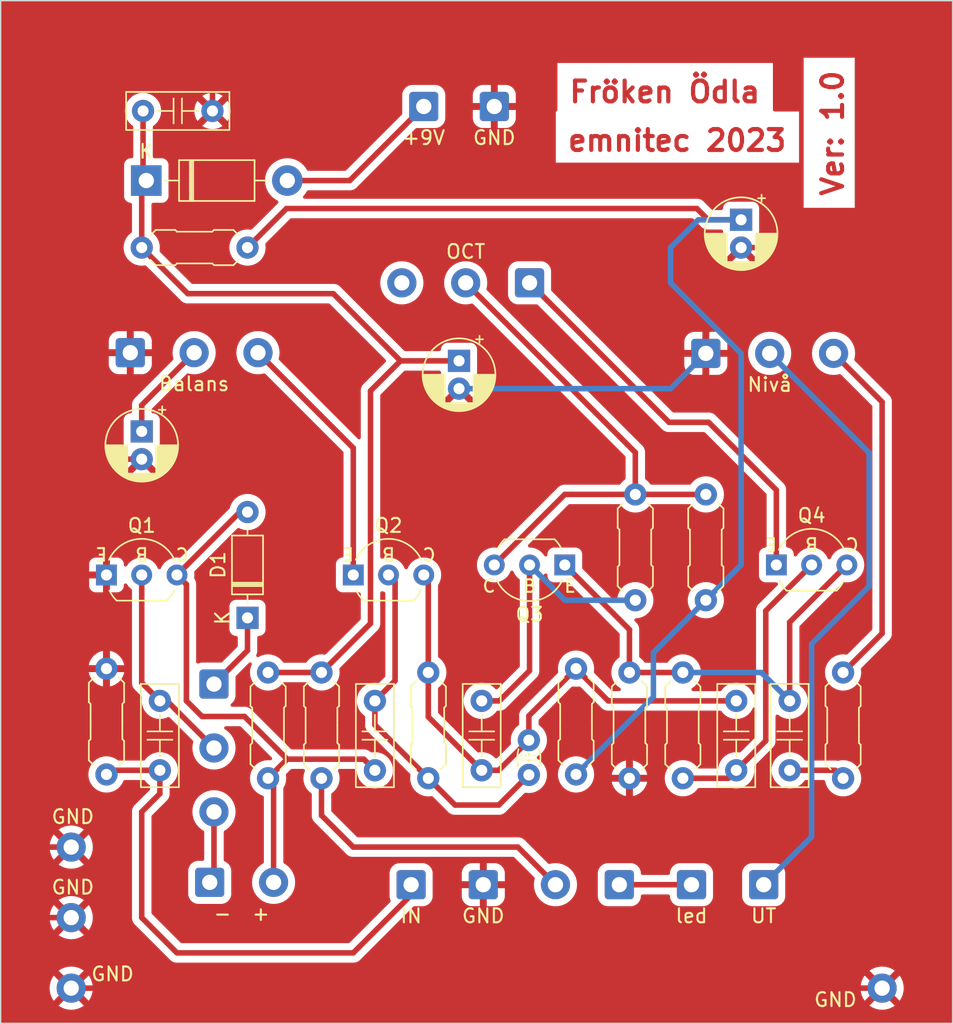
<source format=kicad_pcb>
(kicad_pcb (version 20221018) (generator pcbnew)
  (layers (0 "F.Cu" signal) (31 "B.Cu" signal) (34 "B.Paste" user) (35 "F.Paste" user) (36 "B.SilkS" user "B.Silkscreen") (37 "F.SilkS" user "F.Silkscreen") (38 "B.Mask" user) (39 "F.Mask" user) (44 "Edge.Cuts" user))
  (net 0 "")
  (net 1 "Net-(J1-Pin_1)")
  (net 2 "Net-(Q1-B)")
  (net 3 "Net-(D1-A)")
  (net 4 "Net-(Q2-B)")
  (net 5 "Net-(Q2-C)")
  (net 6 "Net-(C4-Pad1)")
  (net 7 "GND")
  (net 8 "Net-(Q3-B)")
  (net 9 "Net-(Q4-B)")
  (net 10 "Net-(Q3-E)")
  (net 11 "Net-(C7-Pad2)")
  (net 12 "Net-(D3-K)")
  (net 13 "Net-(C10-Pad1)")
  (net 14 "Net-(D1-K)")
  (net 15 "Net-(D2-K)")
  (net 16 "Net-(D3-A)")
  (net 17 "Net-(D4-K)")
  (net 18 "Net-(D4-A)")
  (net 19 "Net-(J6-Pin_1)")
  (net 20 "Net-(Q2-E)")
  (net 21 "Net-(Q3-C)")
  (net 22 "Net-(Q4-E)")
  (net 23 "Net-(R11-Pad2)")
  (footprint "Resistor_THT_AKL:R_Axial_DIN0207_L6.3mm_D2.5mm_P7.62mm_Horizontal" (layer "F.Cu") (at 167.64 66.04 -90)
    (fp_text reference "R5" hide)
    (fp_text value "470K" hide)
    (pad "1" thru_hole circle (at 0 0 270) (size 1.6 1.6) (drill 0.8) (layers "*.Cu" "*.Mask") (net 21 "Net-(Q3-C)"))
    (pad "2" thru_hole oval (at 7.62 0 270) (size 1.6 1.6) (drill 0.8) (layers "*.Cu" "*.Mask") (net 8 "Net-(Q3-B)"))
  )
  (footprint "PCM_Capacitor_THT_AKL:C_Rect_L7.2mm_W2.5mm_P5.00mm_FKS2_FKP2_MKS2_MKP2" (layer "F.Cu") (at 133.387614 85.908058 90)
    (fp_text reference "C1" hide)
    (fp_text value "100n" hide)
    (pad "1" thru_hole circle (at 0 0 90) (size 1.6 1.6) (drill 0.8) (layers "*.Cu" "*.Mask") (net 1 "Net-(J1-Pin_1)"))
    (pad "2" thru_hole circle (at 5 0 90) (size 1.6 1.6) (drill 0.8) (layers "*.Cu" "*.Mask") (net 2 "Net-(Q1-B)"))
  )
  (footprint "Connector_Wire:SolderWire-0.5sqmm_1x03_P4.6mm_D0.9mm_OD2.1mm" (layer "F.Cu") (at 172.72 55.88)
    (fp_text reference "RV3" hide)
    (fp_text value "Nivå" (at 4.6 2.25) (layer "F.SilkS"))
    (pad "1" thru_hole roundrect (at 0 0) (size 2.1 2.1) (drill 1.1) (layers "*.Cu" "*.Mask") (roundrect_rratio 0.1190480952) (net 7 "GND"))
    (pad "2" thru_hole circle (at 4.6 0) (size 2.1 2.1) (drill 1.1) (layers "*.Cu" "*.Mask") (net 19 "Net-(J6-Pin_1)"))
    (pad "3" thru_hole circle (at 9.2 0) (size 2.1 2.1) (drill 1.1) (layers "*.Cu" "*.Mask") (net 23 "Net-(R11-Pad2)"))
  )
  (footprint "PCM_Capacitor_THT_AKL:C_Rect_L7.2mm_W2.5mm_P5.00mm_FKS2_FKP2_MKS2_MKP2" (layer "F.Cu") (at 178.758982 80.908058 -90)
    (fp_text reference "C7" hide)
    (fp_text value "100n" hide)
    (pad "1" thru_hole circle (at 0 0 270) (size 1.6 1.6) (drill 0.8) (layers "*.Cu" "*.Mask") (net 10 "Net-(Q3-E)"))
    (pad "2" thru_hole circle (at 5 0 270) (size 1.6 1.6) (drill 0.8) (layers "*.Cu" "*.Mask") (net 11 "Net-(C7-Pad2)"))
  )
  (footprint "Connector_Wire:SolderWire-0.5sqmm_1x01_D0.9mm_OD2.1mm" (layer "F.Cu") (at 127 91.44)
    (fp_text reference "REF**" hide)
    (fp_text value "GND" (at 0.119936 -2.185865) (layer "F.SilkS"))
    (pad "1" thru_hole circle (at 0 0) (size 2.1 2.1) (drill 1.1) (layers "*.Cu" "*.Mask") (net 7 "GND"))
  )
  (footprint "Connector_Wire:SolderWire-0.5sqmm_1x01_D0.9mm_OD2.1mm" (layer "F.Cu") (at 171.687486 94.149127)
    (fp_text reference "J2" hide)
    (fp_text value "led" (at 0 2.25) (layer "F.SilkS"))
    (pad "1" thru_hole roundrect (at 0 0) (size 2.1 2.1) (drill 1.1) (layers "*.Cu" "*.Mask") (roundrect_rratio 0.1190480952) (net 17 "Net-(D4-K)"))
  )
  (footprint "Resistor_THT_AKL:R_Axial_DIN0207_L6.3mm_D2.5mm_P7.62mm_Horizontal" (layer "F.Cu") (at 171.063754 78.863058 -90)
    (fp_text reference "R8" hide)
    (fp_text value "470K" hide)
    (pad "1" thru_hole circle (at 0 0 270) (size 1.6 1.6) (drill 0.8) (layers "*.Cu" "*.Mask") (net 10 "Net-(Q3-E)"))
    (pad "2" thru_hole oval (at 7.62 0 270) (size 1.6 1.6) (drill 0.8) (layers "*.Cu" "*.Mask") (net 9 "Net-(Q4-B)"))
  )
  (footprint "Connector_Wire:SolderWire-0.5sqmm_1x03_P4.6mm_D0.9mm_OD2.1mm" (layer "F.Cu") (at 137.285228 79.7 -90)
    (fp_text reference "SW1" hide)
    (fp_text value "FB" hide)
    (pad "1" thru_hole roundrect (at 0 0 270) (size 2.1 2.1) (drill 1.1) (layers "*.Cu" "*.Mask") (roundrect_rratio 0.1190480952) (net 14 "Net-(D1-K)"))
    (pad "2" thru_hole circle (at 4.6 0 270) (size 2.1 2.1) (drill 1.1) (layers "*.Cu" "*.Mask") (net 2 "Net-(Q1-B)"))
    (pad "3" thru_hole circle (at 9.2 0 270) (size 2.1 2.1) (drill 1.1) (layers "*.Cu" "*.Mask") (net 15 "Net-(D2-K)"))
  )
  (footprint "PCM_Capacitor_THT_AKL:C_Rect_L7.2mm_W2.5mm_P5.00mm_FKS2_FKP2_MKS2_MKP2" (layer "F.Cu") (at 174.911368 80.908058 -90)
    (fp_text reference "C6" hide)
    (fp_text value "100n" hide)
    (pad "1" thru_hole circle (at 0 0 270) (size 1.6 1.6) (drill 0.8) (layers "*.Cu" "*.Mask") (net 5 "Net-(Q2-C)"))
    (pad "2" thru_hole circle (at 5 0 270) (size 1.6 1.6) (drill 0.8) (layers "*.Cu" "*.Mask") (net 9 "Net-(Q4-B)"))
  )
  (footprint "Connector_Wire:SolderWire-0.5sqmm_1x03_P4.6mm_D0.9mm_OD2.1mm" (layer "F.Cu") (at 131.255625 55.831677)
    (fp_text reference "RV1" hide)
    (fp_text value "Balans" (at 4.6 2.25) (layer "F.SilkS"))
    (pad "1" thru_hole roundrect (at 0 0) (size 2.1 2.1) (drill 1.1) (layers "*.Cu" "*.Mask") (roundrect_rratio 0.1190480952) (net 7 "GND"))
    (pad "2" thru_hole circle (at 4.6 0) (size 2.1 2.1) (drill 1.1) (layers "*.Cu" "*.Mask") (net 6 "Net-(C4-Pad1)"))
    (pad "3" thru_hole circle (at 9.2 0) (size 2.1 2.1) (drill 1.1) (layers "*.Cu" "*.Mask") (net 20 "Net-(Q2-E)"))
  )
  (footprint "Resistor_THT_AKL:R_Axial_DIN0207_L6.3mm_D2.5mm_P7.62mm_Horizontal" (layer "F.Cu") (at 167.21614 78.863058 -90)
    (fp_text reference "R7" hide)
    (fp_text value "10K" hide)
    (pad "1" thru_hole circle (at 0 0 270) (size 1.6 1.6) (drill 0.8) (layers "*.Cu" "*.Mask") (net 10 "Net-(Q3-E)"))
    (pad "2" thru_hole oval (at 7.62 0 270) (size 1.6 1.6) (drill 0.8) (layers "*.Cu" "*.Mask") (net 7 "GND"))
  )
  (footprint "Package_TO_SOT_THT_AKL:TO-92_Inline_Wide_EBC" (layer "F.Cu") (at 177.8 71.12)
    (fp_text reference "Q4" (at 2.54 -3.56) (layer "F.SilkS"))
    (fp_text value "2N3906" hide)
    (fp_text user "B" (at 2.54 -1.524 180 unlocked) (layer "F.SilkS") (effects (font (size 0.9 0.9))))
    (fp_text user "E" (at -0.381 -1.524 180 unlocked) (layer "F.SilkS") (effects (font (size 0.9 0.9))))
    (fp_text user "C" (at 5.461 -1.524 180 unlocked) (layer "F.SilkS") (effects (font (size 0.9 0.9))))
    (pad "1" thru_hole rect (at 0 0 90) (size 1.5 1.5) (drill 0.8) (layers "*.Cu" "*.Mask") (net 22 "Net-(Q4-E)"))
    (pad "2" thru_hole circle (at 2.54 0 90) (size 1.5 1.5) (drill 0.8) (layers "*.Cu" "*.Mask") (net 9 "Net-(Q4-B)"))
    (pad "3" thru_hole circle (at 5.08 0 90) (size 1.5 1.5) (drill 0.8) (layers "*.Cu" "*.Mask") (net 10 "Net-(Q3-E)"))
  )
  (footprint "Resistor_THT_AKL:R_Axial_DIN0207_L6.3mm_D2.5mm_P7.62mm_Horizontal" (layer "F.Cu") (at 129.54 86.208058 90)
    (fp_text reference "R1" hide)
    (fp_text value "1M" hide)
    (pad "1" thru_hole circle (at 0 0 90) (size 1.6 1.6) (drill 0.8) (layers "*.Cu" "*.Mask") (net 1 "Net-(J1-Pin_1)"))
    (pad "2" thru_hole oval (at 7.62 0 90) (size 1.6 1.6) (drill 0.8) (layers "*.Cu" "*.Mask") (net 7 "GND"))
  )
  (footprint "Connector_Wire:SolderWire-0.5sqmm_1x02_P4.6mm_D0.9mm_OD2.1mm" (layer "F.Cu") (at 136.979972 93.98)
    (fp_text reference "D2" hide)
    (fp_text value "-  +" (at 2.3 2.25) (layer "F.SilkS"))
    (pad "1" thru_hole roundrect (at 0 0) (size 2.1 2.1) (drill 1.1) (layers "*.Cu" "*.Mask") (roundrect_rratio 0.1190480952) (net 15 "Net-(D2-K)"))
    (pad "2" thru_hole circle (at 4.6 0) (size 2.1 2.1) (drill 1.1) (layers "*.Cu" "*.Mask") (net 3 "Net-(D1-A)"))
  )
  (footprint "PCM_Capacitor_THT_AKL:C_Rect_L7.2mm_W2.5mm_P5.00mm_FKS2_FKP2_MKS2_MKP2" (layer "F.Cu") (at 137.175967 38.421244 180)
    (fp_text reference "C9" hide)
    (fp_text value "100n" hide)
    (pad "1" thru_hole circle (at 0 0 180) (size 1.6 1.6) (drill 0.8) (layers "*.Cu" "*.Mask") (net 7 "GND"))
    (pad "2" thru_hole circle (at 5 0 180) (size 1.6 1.6) (drill 0.8) (layers "*.Cu" "*.Mask") (net 12 "Net-(D3-K)"))
  )
  (footprint "Resistor_THT_AKL:R_Axial_DIN0207_L6.3mm_D2.5mm_P7.62mm_Horizontal" (layer "F.Cu") (at 163.368526 78.588058 -90)
    (fp_text reference "R4" hide)
    (fp_text value "10K" hide)
    (pad "1" thru_hole circle (at 0 0 270) (size 1.6 1.6) (drill 0.8) (layers "*.Cu" "*.Mask") (net 5 "Net-(Q2-C)"))
    (pad "2" thru_hole oval (at 7.62 0 270) (size 1.6 1.6) (drill 0.8) (layers "*.Cu" "*.Mask") (net 13 "Net-(C10-Pad1)"))
  )
  (footprint "Connector_Wire:SolderWire-0.5sqmm_1x01_D0.9mm_OD2.1mm" (layer "F.Cu") (at 176.887486 94.149127)
    (fp_text reference "J6" hide)
    (fp_text value "UT" (at 0 2.25) (layer "F.SilkS"))
    (pad "1" thru_hole roundrect (at 0 0) (size 2.1 2.1) (drill 1.1) (layers "*.Cu" "*.Mask") (roundrect_rratio 0.1190480952) (net 19 "Net-(J6-Pin_1)"))
  )
  (footprint "PCM_Capacitor_THT_AKL:CP_Radial_D5.0mm_P2.00mm" (layer "F.Cu") (at 132.08 61.5 -90)
    (fp_text reference "C4" hide)
    (fp_text value "22uF" hide)
    (pad "1" thru_hole rect (at 0 0 270) (size 1.6 1.6) (drill 0.8) (layers "*.Cu" "*.Mask") (net 6 "Net-(C4-Pad1)"))
    (pad "2" thru_hole circle (at 2 0 270) (size 1.6 1.6) (drill 0.8) (layers "*.Cu" "*.Mask") (net 7 "GND"))
  )
  (footprint "Package_TO_SOT_THT_AKL:TO-92_Inline_Wide_EBC" (layer "F.Cu") (at 162.56 71.12 180)
    (fp_text reference "Q3" (at 2.54 -3.56) (layer "F.SilkS"))
    (fp_text value "2N3904" hide)
    (fp_text user "C" (at 5.461 -1.524 unlocked) (layer "F.SilkS") (effects (font (size 0.9 0.9))))
    (fp_text user "B" (at 2.54 -1.524 unlocked) (layer "F.SilkS") (effects (font (size 0.9 0.9))))
    (fp_text user "E" (at -0.381 -1.524 unlocked) (layer "F.SilkS") (effects (font (size 0.9 0.9))))
    (pad "1" thru_hole rect (at 0 0 270) (size 1.5 1.5) (drill 0.8) (layers "*.Cu" "*.Mask") (net 10 "Net-(Q3-E)"))
    (pad "2" thru_hole circle (at 2.54 0 270) (size 1.5 1.5) (drill 0.8) (layers "*.Cu" "*.Mask") (net 8 "Net-(Q3-B)"))
    (pad "3" thru_hole circle (at 5.08 0 270) (size 1.5 1.5) (drill 0.8) (layers "*.Cu" "*.Mask") (net 21 "Net-(Q3-C)"))
  )
  (footprint "Connector_Wire:SolderWire-0.5sqmm_1x01_D0.9mm_OD2.1mm" (layer "F.Cu") (at 127 101.6)
    (fp_text reference "REF**" hide)
    (fp_text value "GND" (at 2.981709 -1.016492) (layer "F.SilkS"))
    (pad "1" thru_hole circle (at 0 0) (size 2.1 2.1) (drill 1.1) (layers "*.Cu" "*.Mask") (net 7 "GND"))
  )
  (footprint "Connector_Wire:SolderWire-0.5sqmm_1x01_D0.9mm_OD2.1mm" (layer "F.Cu") (at 157.48 38.1)
    (fp_text reference "J3" hide)
    (fp_text value "GND" (at 0 2.25) (layer "F.SilkS"))
    (pad "1" thru_hole roundrect (at 0 0) (size 2.1 2.1) (drill 1.1) (layers "*.Cu" "*.Mask") (roundrect_rratio 0.1190480952) (net 7 "GND"))
  )
  (footprint "Connector_Wire:SolderWire-0.5sqmm_1x01_D0.9mm_OD2.1mm" (layer "F.Cu") (at 151.487486 94.149127)
    (fp_text reference "J1" hide)
    (fp_text value "IN" (at 0 2.25) (layer "F.SilkS"))
    (pad "1" thru_hole roundrect (at 0 0) (size 2.1 2.1) (drill 1.1) (layers "*.Cu" "*.Mask") (roundrect_rratio 0.1190480952) (net 1 "Net-(J1-Pin_1)"))
  )
  (footprint "Connector_Wire:SolderWire-0.5sqmm_1x01_D0.9mm_OD2.1mm" (layer "F.Cu") (at 152.4 38.1)
    (fp_text reference "J4" hide)
    (fp_text value "+9V" (at 0 2.25) (layer "F.SilkS"))
    (pad "1" thru_hole roundrect (at 0 0) (size 2.1 2.1) (drill 1.1) (layers "*.Cu" "*.Mask") (roundrect_rratio 0.1190480952) (net 16 "Net-(D3-A)"))
  )
  (footprint "Diode_THT:D_DO-41_SOD81_P10.16mm_Horizontal" (layer "F.Cu") (at 132.409072 43.433014)
    (fp_text reference "D3" hide)
    (fp_text value "1N5817")
    (fp_text user "K" (at 0 -2.1) (layer "F.SilkS"))
    (pad "1" thru_hole rect (at 0 0) (size 2.2 2.2) (drill 1.1) (layers "*.Cu" "*.Mask") (net 12 "Net-(D3-K)"))
    (pad "2" thru_hole oval (at 10.16 0) (size 2.2 2.2) (drill 1.1) (layers "*.Cu" "*.Mask") (net 16 "Net-(D3-A)"))
  )
  (footprint "Resistor_THT_AKL:R_Axial_DIN0207_L6.3mm_D2.5mm_P7.62mm_Horizontal" (layer "F.Cu") (at 172.72 73.66 90)
    (fp_text reference "R6" hide)
    (fp_text value "10K" hide)
    (pad "1" thru_hole circle (at 0 0 90) (size 1.6 1.6) (drill 0.8) (layers "*.Cu" "*.Mask") (net 13 "Net-(C10-Pad1)"))
    (pad "2" thru_hole oval (at 7.62 0 90) (size 1.6 1.6) (drill 0.8) (layers "*.Cu" "*.Mask") (net 21 "Net-(Q3-C)"))
  )
  (footprint "Package_TO_SOT_THT_AKL:TO-92_Inline_Wide_EBC" (layer "F.Cu") (at 129.54 71.84)
    (fp_text reference "Q1" (at 2.54 -3.56) (layer "F.SilkS"))
    (fp_text value "MPSA13" hide)
    (fp_text user "C" (at 5.461 -1.524 180 unlocked) (layer "F.SilkS") (effects (font (size 0.9 0.9))))
    (fp_text user "E" (at -0.381 -1.524 180 unlocked) (layer "F.SilkS") (effects (font (size 0.9 0.9))))
    (fp_text user "B" (at 2.54 -1.524 180 unlocked) (layer "F.SilkS") (effects (font (size 0.9 0.9))))
    (pad "1" thru_hole rect (at 0 0 90) (size 1.5 1.5) (drill 0.8) (layers "*.Cu" "*.Mask") (net 7 "GND"))
    (pad "2" thru_hole circle (at 2.54 0 90) (size 1.5 1.5) (drill 0.8) (layers "*.Cu" "*.Mask") (net 2 "Net-(Q1-B)"))
    (pad "3" thru_hole circle (at 5.08 0 90) (size 1.5 1.5) (drill 0.8) (layers "*.Cu" "*.Mask") (net 3 "Net-(D1-A)"))
  )
  (footprint "Connector_Wire:SolderWire-0.5sqmm_1x03_P4.6mm_D0.9mm_OD2.1mm" (layer "F.Cu") (at 160.02 50.8 180)
    (fp_text reference "RV2" hide)
    (fp_text value "OCT" (at 4.6 2.25) (layer "F.SilkS"))
    (pad "1" thru_hole roundrect (at 0 0 180) (size 2.1 2.1) (drill 1.1) (layers "*.Cu" "*.Mask") (roundrect_rratio 0.1190480952) (net 22 "Net-(Q4-E)"))
    (pad "2" thru_hole circle (at 4.6 0 180) (size 2.1 2.1) (drill 1.1) (layers "*.Cu" "*.Mask") (net 21 "Net-(Q3-C)"))
    (pad "3" thru_hole circle (at 9.2 0 180) (size 2.1 2.1) (drill 1.1) (layers "*.Cu" "*.Mask"))
  )
  (footprint "Diode_THT:D_DO-35_SOD27_P7.62mm_Horizontal" (layer "F.Cu") (at 139.7 74.93 90)
    (fp_text reference "D1" (at 3.81 -2.12 90) (layer "F.SilkS"))
    (fp_text value "1N914")
    (fp_text user "K" (at 0 -1.8 90) (layer "F.SilkS"))
    (pad "1" thru_hole rect (at 0 0 90) (size 1.6 1.6) (drill 0.8) (layers "*.Cu" "*.Mask") (net 14 "Net-(D1-K)"))
    (pad "2" thru_hole oval (at 7.62 0 90) (size 1.6 1.6) (drill 0.8) (layers "*.Cu" "*.Mask") (net 3 "Net-(D1-A)"))
  )
  (footprint "PCM_Capacitor_THT_AKL:CP_Radial_D5.0mm_P2.00mm" (layer "F.Cu") (at 154.94 56.42 -90)
    (fp_text reference "C8" hide)
    (fp_text value "22uF" hide)
    (pad "1" thru_hole rect (at 0 0 270) (size 1.6 1.6) (drill 0.8) (layers "*.Cu" "*.Mask") (net 12 "Net-(D3-K)"))
    (pad "2" thru_hole circle (at 2 0 270) (size 1.6 1.6) (drill 0.8) (layers "*.Cu" "*.Mask") (net 7 "GND"))
  )
  (footprint "Resistor_THT_AKL:R_Axial_DIN0207_L6.3mm_D2.5mm_P7.62mm_Horizontal" (layer "F.Cu") (at 132.08 48.26)
    (fp_text reference "R9" hide)
    (fp_text value "470R" hide)
    (pad "1" thru_hole circle (at 0 0) (size 1.6 1.6) (drill 0.8) (layers "*.Cu" "*.Mask") (net 12 "Net-(D3-K)"))
    (pad "2" thru_hole oval (at 7.62 0) (size 1.6 1.6) (drill 0.8) (layers "*.Cu" "*.Mask") (net 13 "Net-(C10-Pad1)"))
  )
  (footprint "PCM_Capacitor_THT_AKL:CP_Radial_D5.0mm_P2.00mm" (layer "F.Cu") (at 175.26 46.26 -90)
    (fp_text reference "C10" hide)
    (fp_text value "22uF" hide)
    (pad "1" thru_hole rect (at 0 0 270) (size 1.6 1.6) (drill 0.8) (layers "*.Cu" "*.Mask") (net 13 "Net-(C10-Pad1)"))
    (pad "2" thru_hole circle (at 2 0 270) (size 1.6 1.6) (drill 0.8) (layers "*.Cu" "*.Mask") (net 7 "GND"))
  )
  (footprint "Resistor_THT_AKL:R_Axial_DIN0207_L6.3mm_D2.5mm_P7.62mm_Horizontal" (layer "F.Cu") (at 141.182842 78.863058 -90)
    (fp_text reference "R2" hide)
    (fp_text value "100K" hide)
    (pad "1" thru_hole circle (at 0 0 270) (size 1.6 1.6) (drill 0.8) (layers "*.Cu" "*.Mask") (net 12 "Net-(D3-K)"))
    (pad "2" thru_hole oval (at 7.62 0 270) (size 1.6 1.6) (drill 0.8) (layers "*.Cu" "*.Mask") (net 3 "Net-(D1-A)"))
  )
  (footprint "Resistor_THT_AKL:R_Axial_DIN0207_L6.3mm_D2.5mm_P7.62mm_Horizontal" (layer "F.Cu") (at 182.606609 86.483058 90)
    (fp_text reference "R11" hide)
    (fp_text value "330K" hide)
    (pad "1" thru_hole circle (at 0 0 90) (size 1.6 1.6) (drill 0.8) (layers "*.Cu" "*.Mask") (net 11 "Net-(C7-Pad2)"))
    (pad "2" thru_hole oval (at 7.62 0 90) (size 1.6 1.6) (drill 0.8) (layers "*.Cu" "*.Mask") (net 23 "Net-(R11-Pad2)"))
  )
  (footprint "PCM_Capacitor_THT_AKL:C_Rect_L7.2mm_W2.5mm_P5.00mm_FKS2_FKP2_MKS2_MKP2" (layer "F.Cu") (at 156.573298 85.908058 90)
    (fp_text reference "C5" hide)
    (fp_text value "100n" hide)
    (pad "1" thru_hole circle (at 0 0 90) (size 1.6 1.6) (drill 0.8) (layers "*.Cu" "*.Mask") (net 5 "Net-(Q2-C)"))
    (pad "2" thru_hole circle (at 5 0 90) (size 1.6 1.6) (drill 0.8) (layers "*.Cu" "*.Mask") (net 8 "Net-(Q3-B)"))
  )
  (footprint "Connector_Wire:SolderWire-0.5sqmm_1x01_D0.9mm_OD2.1mm" (layer "F.Cu") (at 156.687486 94.149127)
    (fp_text reference "J5" hide)
    (fp_text value "GND" (at 0 2.25) (layer "F.SilkS"))
    (pad "1" thru_hole roundrect (at 0 0) (size 2.1 2.1) (drill 1.1) (layers "*.Cu" "*.Mask") (roundrect_rratio 0.1190480952) (net 7 "GND"))
  )
  (footprint "Connector_Wire:SolderWire-0.5sqmm_1x01_D0.9mm_OD2.1mm" (layer "F.Cu") (at 185.42 101.6)
    (fp_text reference "REF**" hide)
    (fp_text value "GND" (at -3.3612 0.832293) (layer "F.SilkS"))
    (pad "1" thru_hole circle (at 0 0) (size 2.1 2.1) (drill 1.1) (layers "*.Cu" "*.Mask") (net 7 "GND"))
  )
  (footprint "PCM_Capacitor_THT_AKL:C_Rect_L7.2mm_W2.5mm_P5.00mm_FKS2_FKP2_MKS2_MKP2" (layer "F.Cu") (at 148.87807 85.908058 90)
    (fp_text reference "C2" hide)
    (fp_text value "100n" hide)
    (pad "1" thru_hole circle (at 0 0 90) (size 1.6 1.6) (drill 0.8) (layers "*.Cu" "*.Mask") (net 3 "Net-(D1-A)"))
    (pad "2" thru_hole circle (at 5 0 90) (size 1.6 1.6) (drill 0.8) (layers "*.Cu" "*.Mask") (net 4 "Net-(Q2-B)"))
  )
  (footprint "Resistor_THT_AKL:R_Axial_DIN0207_L6.3mm_D2.5mm_P7.62mm_Horizontal" (layer "F.Cu") (at 145.030456 86.483058 90)
    (fp_text reference "R10" hide)
    (fp_text value "4K7" hide)
    (pad "1" thru_hole circle (at 0 0 90) (size 1.6 1.6) (drill 0.8) (layers "*.Cu" "*.Mask") (net 18 "Net-(D4-A)"))
    (pad "2" thru_hole oval (at 7.62 0 90) (size 1.6 1.6) (drill 0.8) (layers "*.Cu" "*.Mask") (net 12 "Net-(D3-K)"))
  )
  (footprint "PCM_Capacitor_THT_AKL:C_Disc_D3.0mm_W1.6mm_P2.50mm" (layer "F.Cu") (at 159.970912 86.240765 90)
    (fp_text reference "C3" hide)
    (fp_text value "47pF" hide)
    (pad "1" thru_hole circle (at 0 0 90) (size 1.6 1.6) (drill 0.8) (layers "*.Cu" "*.Mask") (net 4 "Net-(Q2-B)"))
    (pad "2" thru_hole circle (at 2.5 0 90) (size 1.6 1.6) (drill 0.8) (layers "*.Cu" "*.Mask") (net 5 "Net-(Q2-C)"))
  )
  (footprint "Connector_Wire:SolderWire-0.5sqmm_1x02_P4.6mm_D0.9mm_OD2.1mm" (layer "F.Cu") (at 166.487486 94.149127 180)
    (fp_text reference "D4" hide)
    (fp_text value "LED_Small")
    (pad "1" thru_hole roundrect (at 0 0 180) (size 2.1 2.1) (drill 1.1) (layers "*.Cu" "*.Mask") (roundrect_rratio 0.1190480952) (net 17 "Net-(D4-K)"))
    (pad "2" thru_hole circle (at 4.6 0 180) (size 2.1 2.1) (drill 1.1) (layers "*.Cu" "*.Mask") (net 18 "Net-(D4-A)"))
  )
  (footprint "Package_TO_SOT_THT_AKL:TO-92_Inline_Wide_EBC" (layer "F.Cu") (at 147.32 71.84)
    (fp_text reference "Q2" (at 2.54 -3.56) (layer "F.SilkS"))
    (fp_text value "2N3904" hide)
    (fp_text user "B" (at 2.54 -1.524 180 unlocked) (layer "F.SilkS") (effects (font (size 0.9 0.9))))
    (fp_text user "E" (at -0.381 -1.524 180 unlocked) (layer "F.SilkS") (effects (font (size 0.9 0.9))))
    (fp_text user "C" (at 5.461 -1.524 180 unlocked) (layer "F.SilkS") (effects (font (size 0.9 0.9))))
    (pad "1" thru_hole rect (at 0 0 90) (size 1.5 1.5) (drill 0.8) (layers "*.Cu" "*.Mask") (net 20 "Net-(Q2-E)"))
    (pad "2" thru_hole circle (at 2.54 0 90) (size 1.5 1.5) (drill 0.8) (layers "*.Cu" "*.Mask") (net 4 "Net-(Q2-B)"))
    (pad "3" thru_hole circle (at 5.08 0 90) (size 1.5 1.5) (drill 0.8) (layers "*.Cu" "*.Mask") (net 5 "Net-(Q2-C)"))
  )
  (footprint "Connector_Wire:SolderWire-0.5sqmm_1x01_D0.9mm_OD2.1mm" (layer "F.Cu") (at 127 96.52)
    (fp_text reference "REF**" hide)
    (fp_text value "GND" (at 0.119936 -2.185865) (layer "F.SilkS"))
    (pad "1" thru_hole circle (at 0 0) (size 2.1 2.1) (drill 1.1) (layers "*.Cu" "*.Mask") (net 7 "GND"))
  )
  (footprint "Resistor_THT_AKL:R_Axial_DIN0207_L6.3mm_D2.5mm_P7.62mm_Horizontal" (layer "F.Cu") (at 152.725684 86.483058 90)
    (fp_text reference "R3" hide)
    (fp_text value "1M" hide)
    (pad "1" thru_hole circle (at 0 0 90) (size 1.6 1.6) (drill 0.8) (layers "*.Cu" "*.Mask") (net 4 "Net-(Q2-B)"))
    (pad "2" thru_hole oval (at 7.62 0 90) (size 1.6 1.6) (drill 0.8) (layers "*.Cu" "*.Mask") (net 5 "Net-(Q2-C)"))
  )
  (gr_rect (start 121.92 30.48) (end 190.5 104.14) (stroke (width 0.1)) (fill none) (layer "Edge.Cuts"))
  (gr_text "Fröken Ödla" (at 162.744783 37.930872) (layer "F.Cu") (effects (font (size 1.5 1.5) (thickness 0.3) bold) (justify left bottom)))
  (gr_text "emnitec 2023" (at 162.62823 41.427455) (layer "F.Cu") (effects (font (size 1.5 1.5) (thickness 0.3) bold) (justify left bottom)))
  (gr_text "Ver: 1.0" (at 182.732135 44.682428 90) (layer "F.Cu") (effects (font (size 1.5 1.5) (thickness 0.3) bold) (justify left bottom)))
  (segment (start 129.84 85.908058) (end 129.54 86.208058) (width 0.4) (layer "F.Cu") (net 1))
  (segment (start 147.32 99.06) (end 134.62 99.06) (width 0.4) (layer "F.Cu") (net 1))
  (segment (start 151.487486 94.149127) (end 151.487486 94.892514) (width 0.4) (layer "F.Cu") (net 1))
  (segment (start 133.387614 87.592386) (end 133.387614 85.908058) (width 0.4) (layer "F.Cu") (net 1))
  (segment (start 133.387614 85.908058) (end 129.84 85.908058) (width 0.4) (layer "F.Cu") (net 1))
  (segment (start 132.08 96.52) (end 132.08 88.9) (width 0.4) (layer "F.Cu") (net 1))
  (segment (start 132.08 88.9) (end 133.387614 87.592386) (width 0.4) (layer "F.Cu") (net 1))
  (segment (start 134.62 99.06) (end 132.08 96.52) (width 0.4) (layer "F.Cu") (net 1))
  (segment (start 151.487486 94.892514) (end 147.32 99.06) (width 0.4) (layer "F.Cu") (net 1))
  (segment (start 132.08 79.600444) (end 133.387614 80.908058) (width 0.4) (layer "F.Cu") (net 2))
  (segment (start 132.08 71.84) (end 132.08 79.600444) (width 0.4) (layer "F.Cu") (net 2))
  (segment (start 137.285228 84.3) (end 133.893286 80.908058) (width 0.4) (layer "F.Cu") (net 2))
  (segment (start 133.893286 80.908058) (end 133.387614 80.908058) (width 0.4) (layer "F.Cu") (net 2))
  (segment (start 135.297661 80.904073) (end 135.297661 72.517661) (width 0.4) (layer "F.Cu") (net 3))
  (segment (start 135.297661 72.517661) (end 134.62 71.84) (width 0.4) (layer "F.Cu") (net 3))
  (segment (start 136.42763 82.034042) (end 135.297661 80.904073) (width 0.4) (layer "F.Cu") (net 3))
  (segment (start 134.62 71.84) (end 139.15 67.31) (width 0.4) (layer "F.Cu") (net 3))
  (segment (start 139.15 67.31) (end 139.7 67.31) (width 0.4) (layer "F.Cu") (net 3))
  (segment (start 142.557841 85.108059) (end 148.078071 85.108059) (width 0.4) (layer "F.Cu") (net 3))
  (segment (start 142.557841 85.108059) (end 139.483824 82.034042) (width 0.4) (layer "F.Cu") (net 3))
  (segment (start 139.483824 82.034042) (end 136.42763 82.034042) (width 0.4) (layer "F.Cu") (net 3))
  (segment (start 148.078071 85.108059) (end 148.87807 85.908058) (width 0.4) (layer "F.Cu") (net 3))
  (segment (start 141.182842 86.483058) (end 142.557841 85.108059) (width 0.4) (layer "F.Cu") (net 3))
  (segment (start 141.579972 86.880188) (end 141.182842 86.483058) (width 0.4) (layer "F.Cu") (net 3))
  (segment (start 141.579972 93.98) (end 141.579972 86.880188) (width 0.4) (layer "F.Cu") (net 3))
  (segment (start 148.87807 80.908058) (end 148.87807 82.635444) (width 0.4) (layer "F.Cu") (net 4))
  (segment (start 150.333734 72.313734) (end 149.86 71.84) (width 0.4) (layer "F.Cu") (net 4))
  (segment (start 148.87807 82.635444) (end 152.725684 86.483058) (width 0.4) (layer "F.Cu") (net 4))
  (segment (start 148.87807 80.908058) (end 150.333734 79.452394) (width 0.4) (layer "F.Cu") (net 4))
  (segment (start 150.333734 79.452394) (end 150.333734 72.313734) (width 0.4) (layer "F.Cu") (net 4))
  (segment (start 154.654433 88.411807) (end 157.79987 88.411807) (width 0.4) (layer "F.Cu") (net 4))
  (segment (start 157.79987 88.411807) (end 159.970912 86.240765) (width 0.4) (layer "F.Cu") (net 4))
  (segment (start 152.725684 86.483058) (end 154.654433 88.411807) (width 0.4) (layer "F.Cu") (net 4))
  (segment (start 152.725684 78.863058) (end 152.725684 72.165684) (width 0.4) (layer "F.Cu") (net 5))
  (segment (start 159.970912 83.740765) (end 159.970912 81.985672) (width 0.4) (layer "F.Cu") (net 5))
  (segment (start 165.688526 80.908058) (end 174.911368 80.908058) (width 0.4) (layer "F.Cu") (net 5))
  (segment (start 156.573298 85.908058) (end 157.803619 85.908058) (width 0.4) (layer "F.Cu") (net 5))
  (segment (start 163.368526 78.588058) (end 165.688526 80.908058) (width 0.4) (layer "F.Cu") (net 5))
  (segment (start 152.725684 78.863058) (end 152.725684 82.060444) (width 0.4) (layer "F.Cu") (net 5))
  (segment (start 152.725684 72.165684) (end 152.4 71.84) (width 0.4) (layer "F.Cu") (net 5))
  (segment (start 152.725684 82.060444) (end 156.573298 85.908058) (width 0.4) (layer "F.Cu") (net 5))
  (segment (start 157.803619 85.908058) (end 159.970912 83.740765) (width 0.4) (layer "F.Cu") (net 5))
  (segment (start 159.970912 81.985672) (end 163.368526 78.588058) (width 0.4) (layer "F.Cu") (net 5))
  (segment (start 132.08 61.5) (end 132.08 59.607302) (width 0.4) (layer "F.Cu") (net 6))
  (segment (start 132.08 59.607302) (end 135.855625 55.831677) (width 0.4) (layer "F.Cu") (net 6))
  (segment (start 124.46 68.58) (end 124.46 60.96) (width 0.4) (layer "F.Cu") (net 7))
  (segment (start 124.46 60.96) (end 124.46 53.34) (width 0.4) (layer "F.Cu") (net 7))
  (segment (start 173.153703 91.44) (end 174.245967 92.532264) (width 0.4) (layer "F.Cu") (net 7))
  (segment (start 185.42 101.6) (end 187.96 99.06) (width 0.4) (layer "F.Cu") (net 7))
  (segment (start 156.687486 99.852514) (end 154.94 101.6) (width 0.4) (layer "F.Cu") (net 7))
  (segment (start 187.96 50.8) (end 187.96 51.838051) (width 0.4) (layer "F.Cu") (net 7))
  (segment (start 175.26 48.26) (end 185.42 48.26) (width 0.4) (layer "F.Cu") (net 7))
  (segment (start 154.94 101.6) (end 172.72 101.6) (width 0.4) (layer "F.Cu") (net 7))
  (segment (start 187.96 35.56) (end 187.96 50.8) (width 0.4) (layer "F.Cu") (net 7))
  (segment (start 127 91.44) (end 125.276863 91.44) (width 0.4) (layer "F.Cu") (net 7))
  (segment (start 127.72 71.84) (end 124.46 68.58) (width 0.4) (layer "F.Cu") (net 7))
  (segment (start 124.46 99.06) (end 124.46 95.619398) (width 0.4) (layer "F.Cu") (net 7))
  (segment (start 187.96 51.838051) (end 187.96 99.06) (width 0.4) (layer "F.Cu") (net 7))
  (segment (start 129.54 71.84) (end 127.72 71.84) (width 0.4) (layer "F.Cu") (net 7))
  (segment (start 127 101.6) (end 124.46 99.06) (width 0.4) (layer "F.Cu") (net 7))
  (segment (start 137.175967 38.421244) (end 137.175967 35.544033) (width 0.4) (layer "F.Cu") (net 7))
  (segment (start 127 101.6) (end 154.94 101.6) (width 0.4) (layer "F.Cu") (net 7))
  (segment (start 170.18 91.44) (end 173.153703 91.44) (width 0.4) (layer "F.Cu") (net 7))
  (segment (start 185.42 101.6) (end 172.72 101.6) (width 0.4) (layer "F.Cu") (net 7))
  (segment (start 185.42 48.26) (end 187.96 50.8) (width 0.4) (layer "F.Cu") (net 7))
  (segment (start 175.357583 51.70794) (end 187.829889 51.70794) (width 0.4) (layer "F.Cu") (net 7))
  (segment (start 157.48 38.1) (end 157.48 35.56) (width 0.4) (layer "F.Cu") (net 7))
  (segment (start 124.46 90.623137) (end 124.46 76.2) (width 0.4) (layer "F.Cu") (net 7))
  (segment (start 131.255625 55.831677) (end 126.951677 55.831677) (width 0.4) (layer "F.Cu") (net 7))
  (segment (start 185.42 33.02) (end 187.96 35.56) (width 0.4) (layer "F.Cu") (net 7))
  (segment (start 157.48 35.56) (end 160.02 33.02) (width 0.4) (layer "F.Cu") (net 7))
  (segment (start 156.687486 94.149127) (end 156.687486 99.852514) (width 0.4) (layer "F.Cu") (net 7))
  (segment (start 132.08 63.5) (end 127 63.5) (width 0.4) (layer "F.Cu") (net 7))
  (segment (start 125.276863 91.44) (end 124.46 90.623137) (width 0.4) (layer "F.Cu") (net 7))
  (segment (start 160.02 33.02) (end 185.42 33.02) (width 0.4) (layer "F.Cu") (net 7))
  (segment (start 167.21614 88.47614) (end 170.18 91.44) (width 0.4) (layer "F.Cu") (net 7))
  (segment (start 125.360602 96.52) (end 124.46 95.619398) (width 0.4) (layer "F.Cu") (net 7))
  (segment (start 126.848058 78.588058) (end 124.46 76.2) (width 0.4) (layer "F.Cu") (net 7))
  (segment (start 126.951677 55.831677) (end 124.46 53.34) (width 0.4) (layer "F.Cu") (net 7))
  (segment (start 124.46 95.619398) (end 124.46 90.623137) (width 0.4) (layer "F.Cu") (net 7))
  (segment (start 139.7 33.02) (end 160.02 33.02) (width 0.4) (layer "F.Cu") (net 7))
  (segment (start 167.21614 86.483058) (end 167.21614 88.47614) (width 0.4) (layer "F.Cu") (net 7))
  (segment (start 187.829889 51.70794) (end 187.96 51.838051) (width 0.4) (layer "F.Cu") (net 7))
  (segment (start 124.46 35.56) (end 127 33.02) (width 0.4) (layer "F.Cu") (net 7))
  (segment (start 124.46 76.2) (end 124.46 68.58) (width 0.4) (layer "F.Cu") (net 7))
  (segment (start 172.72 54.345523) (end 175.357583 51.70794) (width 0.4) (layer "F.Cu") (net 7))
  (segment (start 129.54 78.588058) (end 126.848058 78.588058) (width 0.4) (layer "F.Cu") (net 7))
  (segment (start 127 63.5) (end 124.46 60.96) (width 0.4) (layer "F.Cu") (net 7))
  (segment (start 174.245967 92.532264) (end 174.245967 100.074033) (width 0.4) (layer "F.Cu") (net 7))
  (segment (start 127 33.02) (end 139.7 33.02) (width 0.4) (layer "F.Cu") (net 7))
  (segment (start 174.245967 100.074033) (end 172.72 101.6) (width 0.4) (layer "F.Cu") (net 7))
  (segment (start 172.72 55.88) (end 172.72 54.345523) (width 0.4) (layer "F.Cu") (net 7))
  (segment (start 127 96.52) (end 125.360602 96.52) (width 0.4) (layer "F.Cu") (net 7))
  (segment (start 124.46 53.34) (end 124.46 35.56) (width 0.4) (layer "F.Cu") (net 7))
  (segment (start 137.175967 35.544033) (end 139.7 33.02) (width 0.4) (layer "F.Cu") (net 7))
  (segment (start 170.18 58.42) (end 172.72 55.88) (width 0.4) (layer "B.Cu") (net 7))
  (segment (start 154.94 58.42) (end 170.18 58.42) (width 0.4) (layer "B.Cu") (net 7))
  (segment (start 160.02 78.74) (end 160.02 71.12) (width 0.4) (layer "F.Cu") (net 8))
  (segment (start 156.573298 80.908058) (end 157.851942 80.908058) (width 0.4) (layer "F.Cu") (net 8))
  (segment (start 157.851942 80.908058) (end 160.02 78.74) (width 0.4) (layer "F.Cu") (net 8))
  (segment (start 167.64 73.66) (end 162.56 73.66) (width 0.4) (layer "B.Cu") (net 8))
  (segment (start 162.56 73.66) (end 160.02 71.12) (width 0.4) (layer "B.Cu") (net 8))
  (segment (start 171.063754 86.483058) (end 174.336368 86.483058) (width 0.4) (layer "F.Cu") (net 9))
  (segment (start 174.911368 85.908058) (end 177.03768 83.781746) (width 0.4) (layer "F.Cu") (net 9))
  (segment (start 177.03768 83.781746) (end 177.03768 74.42232) (width 0.4) (layer "F.Cu") (net 9))
  (segment (start 177.03768 74.42232) (end 180.34 71.12) (width 0.4) (layer "F.Cu") (net 9))
  (segment (start 174.336368 86.483058) (end 174.911368 85.908058) (width 0.4) (layer "F.Cu") (net 9))
  (segment (start 178.758982 80.908058) (end 178.758982 75.241018) (width 0.4) (layer "F.Cu") (net 10))
  (segment (start 178.758982 75.241018) (end 182.88 71.12) (width 0.4) (layer "F.Cu") (net 10))
  (segment (start 167.21614 78.863058) (end 167.21614 75.77614) (width 0.4) (layer "F.Cu") (net 10))
  (segment (start 167.21614 78.863058) (end 171.063754 78.863058) (width 0.4) (layer "F.Cu") (net 10))
  (segment (start 167.21614 75.77614) (end 162.56 71.12) (width 0.4) (layer "F.Cu") (net 10))
  (segment (start 176.713982 78.863058) (end 171.063754 78.863058) (width 0.4) (layer "B.Cu") (net 10))
  (segment (start 178.758982 80.908058) (end 176.713982 78.863058) (width 0.4) (layer "B.Cu") (net 10))
  (segment (start 182.031609 85.908058) (end 182.606609 86.483058) (width 0.4) (layer "F.Cu") (net 11))
  (segment (start 178.758982 85.908058) (end 182.031609 85.908058) (width 0.4) (layer "F.Cu") (net 11))
  (segment (start 132.175967 43.199909) (end 132.409072 43.433014) (width 0.4) (layer "F.Cu") (net 12))
  (segment (start 148.562668 75.330846) (end 148.562668 58.580053) (width 0.4) (layer "F.Cu") (net 12))
  (segment (start 132.08 43.762086) (end 132.409072 43.433014) (width 0.4) (layer "F.Cu") (net 12))
  (segment (start 135.400665 51.580665) (end 145.883386 51.580665) (width 0.4) (layer "F.Cu") (net 12))
  (segment (start 132.08 48.26) (end 135.400665 51.580665) (width 0.4) (layer "F.Cu") (net 12))
  (segment (start 132.175967 38.421244) (end 132.175967 43.199909) (width 0.4) (layer "F.Cu") (net 12))
  (segment (start 148.562668 58.580053) (end 150.722721 56.42) (width 0.4) (layer "F.Cu") (net 12))
  (segment (start 141.182842 78.863058) (end 145.030456 78.863058) (width 0.4) (layer "F.Cu") (net 12))
  (segment (start 145.030456 78.863058) (end 148.562668 75.330846) (width 0.4) (layer "F.Cu") (net 12))
  (segment (start 150.722721 56.42) (end 154.94 56.42) (width 0.4) (layer "F.Cu") (net 12))
  (segment (start 132.08 48.26) (end 132.08 43.762086) (width 0.4) (layer "F.Cu") (net 12))
  (segment (start 145.883386 51.580665) (end 150.722721 56.42) (width 0.4) (layer "F.Cu") (net 12))
  (segment (start 139.7 48.26) (end 142.513234 45.446766) (width 0.4) (layer "F.Cu") (net 13))
  (segment (start 172.069941 45.446766) (end 172.883175 46.26) (width 0.4) (layer "F.Cu") (net 13))
  (segment (start 142.513234 45.446766) (end 172.069941 45.446766) (width 0.4) (layer "F.Cu") (net 13))
  (segment (start 172.883175 46.26) (end 175.26 46.26) (width 0.4) (layer "F.Cu") (net 13))
  (segment (start 175.26 71.12) (end 175.26 55.88) (width 0.4) (layer "B.Cu") (net 13))
  (segment (start 168.943425 77.436575) (end 172.72 73.66) (width 0.4) (layer "B.Cu") (net 13))
  (segment (start 168.943425 80.633159) (end 168.943425 77.436575) (width 0.4) (layer "B.Cu") (net 13))
  (segment (start 170.18 48.26) (end 172.18 46.26) (width 0.4) (layer "B.Cu") (net 13))
  (segment (start 163.368526 86.208058) (end 168.943425 80.633159) (width 0.4) (layer "B.Cu") (net 13))
  (segment (start 172.72 73.66) (end 175.26 71.12) (width 0.4) (layer "B.Cu") (net 13))
  (segment (start 170.18 50.8) (end 170.18 48.26) (width 0.4) (layer "B.Cu") (net 13))
  (segment (start 175.26 55.88) (end 170.18 50.8) (width 0.4) (layer "B.Cu") (net 13))
  (segment (start 172.18 46.26) (end 175.26 46.26) (width 0.4) (layer "B.Cu") (net 13))
  (segment (start 137.285228 79.7) (end 139.7 77.285228) (width 0.4) (layer "F.Cu") (net 14))
  (segment (start 139.7 77.285228) (end 139.7 74.93) (width 0.4) (layer "F.Cu") (net 14))
  (segment (start 136.979972 93.98) (end 137.285228 93.674744) (width 0.4) (layer "F.Cu") (net 15))
  (segment (start 137.285228 93.674744) (end 137.285228 88.9) (width 0.4) (layer "F.Cu") (net 15))
  (segment (start 147.066986 43.433014) (end 152.4 38.1) (width 0.4) (layer "F.Cu") (net 16))
  (segment (start 142.569072 43.433014) (end 147.066986 43.433014) (width 0.4) (layer "F.Cu") (net 16))
  (segment (start 166.487486 94.149127) (end 171.687486 94.149127) (width 0.4) (layer "F.Cu") (net 17))
  (segment (start 145.030456 89.150456) (end 147.32 91.44) (width 0.4) (layer "F.Cu") (net 18))
  (segment (start 147.32 91.44) (end 159.178359 91.44) (width 0.4) (layer "F.Cu") (net 18))
  (segment (start 159.178359 91.44) (end 161.887486 94.149127) (width 0.4) (layer "F.Cu") (net 18))
  (segment (start 145.030456 86.483058) (end 145.030456 89.150456) (width 0.4) (layer "F.Cu") (net 18))
  (segment (start 184.487286 63.047286) (end 177.32 55.88) (width 0.4) (layer "B.Cu") (net 19))
  (segment (start 180.34 90.696613) (end 180.34 76.804347) (width 0.4) (layer "B.Cu") (net 19))
  (segment (start 180.34 76.804347) (end 184.487286 72.657061) (width 0.4) (layer "B.Cu") (net 19))
  (segment (start 176.887486 94.149127) (end 180.34 90.696613) (width 0.4) (layer "B.Cu") (net 19))
  (segment (start 184.487286 72.657061) (end 184.487286 63.047286) (width 0.4) (layer "B.Cu") (net 19))
  (segment (start 147.32 71.84) (end 147.32 62.696052) (width 0.4) (layer "F.Cu") (net 20))
  (segment (start 147.32 62.696052) (end 140.455625 55.831677) (width 0.4) (layer "F.Cu") (net 20))
  (segment (start 167.64 66.04) (end 172.72 66.04) (width 0.4) (layer "F.Cu") (net 21))
  (segment (start 162.56 66.04) (end 167.64 66.04) (width 0.4) (layer "F.Cu") (net 21))
  (segment (start 167.64 63.02) (end 167.64 66.04) (width 0.4) (layer "F.Cu") (net 21))
  (segment (start 155.42 50.8) (end 167.64 63.02) (width 0.4) (layer "F.Cu") (net 21))
  (segment (start 157.48 71.12) (end 162.56 66.04) (width 0.4) (layer "F.Cu") (net 21))
  (segment (start 172.922348 60.846386) (end 170.066386 60.846386) (width 0.4) (layer "F.Cu") (net 22))
  (segment (start 177.8 71.12) (end 177.8 65.724038) (width 0.4) (layer "F.Cu") (net 22))
  (segment (start 170.066386 60.846386) (end 160.02 50.8) (width 0.4) (layer "F.Cu") (net 22))
  (segment (start 177.8 65.724038) (end 172.922348 60.846386) (width 0.4) (layer "F.Cu") (net 22))
  (segment (start 185.42 59.38) (end 181.92 55.88) (width 0.4) (layer "F.Cu") (net 23))
  (segment (start 182.606609 78.863058) (end 185.42 76.049667) (width 0.4) (layer "F.Cu") (net 23))
  (segment (start 185.42 76.049667) (end 185.42 59.38) (width 0.4) (layer "F.Cu") (net 23))
  (zone (net 7) (net_name "GND") (layer "F.Cu") (connect_pads (clearance 0.5)) (min_thickness 0.25) (fill yes (thermal_gap 0.5) (thermal_bridge_width 0.5))
    (polygon (pts (xy 121.92 30.48) (xy 190.5 30.48) (xy 190.5 104.14) (xy 121.92 104.14)))
  )
)
</source>
